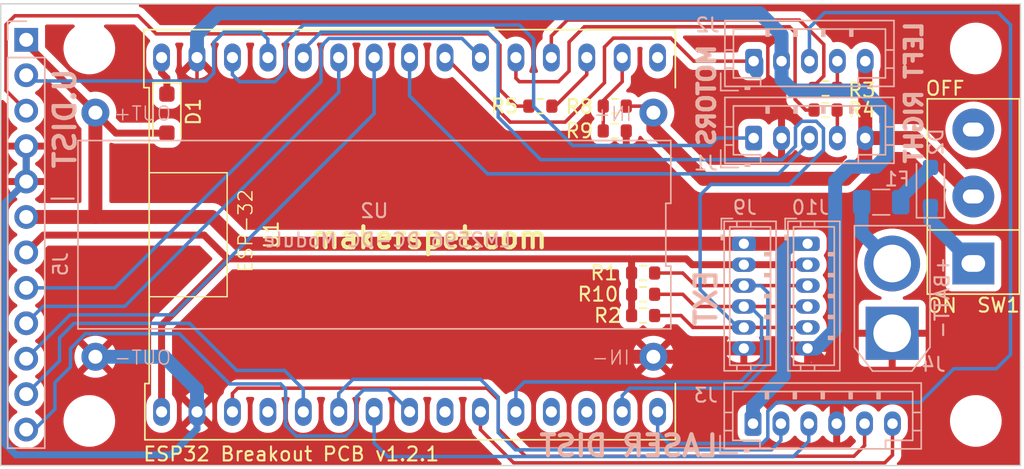
<source format=kicad_pcb>
(kicad_pcb (version 20221018) (generator pcbnew)
  (title_block (title "ESP32 Breakout Board") (date "2024-03-11") (rev "1.2.1") (company "makerspet.com"))
  (layers (0 "F.Cu" signal) (31 "B.Cu" signal) (34 "B.Paste" user) (35 "F.Paste" user) (36 "B.SilkS" user "B.Silkscreen") (37 "F.SilkS" user "F.Silkscreen") (38 "B.Mask" user) (39 "F.Mask" user) (44 "Edge.Cuts" user))
  (net 0 "")
  (net 1 "+5V")
  (net 2 "/MOT_PWM_RIGHT")
  (net 3 "GND")
  (net 4 "/MOT_CW_RIGHT")
  (net 5 "Net-(J1-Pin_4)")
  (net 6 "Vdrive")
  (net 7 "/MOT_PWM_LEFT")
  (net 8 "/MOT_CW_LEFT")
  (net 9 "Net-(J2-Pin_4)")
  (net 10 "/LDS_TX")
  (net 11 "/LDS_RX")
  (net 12 "/LDS_MOT_PWM")
  (net 13 "/LDS_EN")
  (net 14 "+3V3")
  (net 15 "/GPIO32_TOUCH")
  (net 16 "/GPIO27_TOUCH")
  (net 17 "/GPIO26_TOUCH")
  (net 18 "/GPIO4_TOUCH")
  (net 19 "/GPIO12_OUT_STRAP")
  (net 20 "Net-(D2-K)")
  (net 21 "/GPIO5_BOOT_STRAP")
  (net 22 "/I2C_SCL")
  (net 23 "/I2C_SDA")
  (net 24 "/I2C_INT")
  (net 25 "/MOT_FG_LEFT")
  (net 26 "/MOT_FG_RIGHT")
  (net 27 "/GPIO39_IN")
  (net 28 "/BAT_ADC")
  (net 31 "/SERVO_REAR")
  (net 35 "Net-(D2-A)")
  (net 36 "Net-(J4-+)")
  (net 37 "Net-(J5-Pin_3)")
  (net 38 "Net-(D1-K)")
  (footprint "Makerspet:SWITCH" (layer "F.Cu") (at 161.671 62.4586 90)
    (fp_text reference "SW1" (at -7.7978 1.8034) (layer "F.SilkS"))
    (fp_text value "SS12D10" hide)
    (pad "1" thru_hole rect (at -4.8 0 90) (size 3 3) (drill oval 1.2 1.7) (layers "*.Cu" "*.Mask") (net 20 "Net-(D2-K)"))
    (pad "2" thru_hole circle (at 0 0 90) (size 3 3) (drill oval 1 1.5) (layers "*.Cu" "*.Mask") (net 6 "Vdrive"))
    (pad "3" thru_hole circle (at 4.8 0 90) (size 3 3) (drill oval 1 1.5) (layers "*.Cu" "*.Mask"))
  )
  (footprint "MountingHole:MountingHole_3.2mm_M3" (layer "F.Cu") (at 98.2996 51.8478)
    (fp_text reference "H1" hide)
    (fp_text value "MountingHole" hide)
    (pad "" np_thru_hole circle (at 0 0) (size 3.2 3.2) (drill 3.2) (layers "*.Cu" "*.Mask"))
  )
  (footprint "Diode_SMD:D_SOD-123F" (layer "F.Cu") (at 103.8606 56.515 -90)
    (fp_text reference "D1" (at -0.127 -1.905 90) (layer "F.SilkS"))
    (fp_text value "FS26" hide)
    (pad "1" smd roundrect (at -1.4 0 270) (size 1.1 1.1) (layers "F.Cu" "F.Paste" "F.Mask") (roundrect_rratio 0.2272727273) (net 38 "Net-(D1-K)"))
    (pad "2" smd roundrect (at 1.4 0 270) (size 1.1 1.1) (layers "F.Cu" "F.Paste" "F.Mask") (roundrect_rratio 0.2272727273) (net 1 "+5V"))
  )
  (footprint "MountingHole:MountingHole_3.2mm_M3" (layer "F.Cu") (at 98.2996 78.548)
    (fp_text reference "H4" hide)
    (fp_text value "MountingHole" hide)
    (pad "" np_thru_hole circle (at 0 0) (size 3.2 3.2) (drill 3.2) (layers "*.Cu" "*.Mask"))
  )
  (footprint "Resistor_SMD:R_0603_1608Metric" (layer "F.Cu") (at 151.0792 56.261)
    (fp_text reference "R4" (at 2.603 0) (layer "F.SilkS"))
    (fp_text value "10k" hide)
    (pad "1" smd roundrect (at -0.825 0) (size 0.8 0.95) (layers "F.Cu" "F.Paste" "F.Mask") (net 26 "/MOT_FG_RIGHT"))
    (pad "2" smd roundrect (at 0.825 0) (size 0.8 0.95) (layers "F.Cu" "F.Paste" "F.Mask") (net 5 "Net-(J1-Pin_4)"))
  )
  (footprint "Makerspet:ESP-32" (layer "F.Cu") (at 121.2596 65.1979)
    (fp_text reference "U1" (at -9.906 0 90) (layer "F.SilkS"))
    (fp_text value "ESP32 DEV KIT Module 30-pin" hide)
    (fp_text user "ESP-32" (at -11.176 2.794 90 unlocked) (layer "F.SilkS") (effects (font (thickness 0.1)) (justify left bottom)))
    (pad "1" thru_hole oval (at -17.78 12.7) (size 1.2 2) (drill 0.8) (layers "*.Cu" "*.Mask") (net 14 "+3V3"))
    (pad "2" thru_hole oval (at -15.24 12.7) (size 1.2 2) (drill 0.8) (layers "*.Cu" "*.Mask") (net 3 "GND"))
    (pad "3" thru_hole oval (at -12.7 12.7) (size 1.2 2) (drill 0.8) (layers "*.Cu" "*.Mask") (net 12 "/LDS_MOT_PWM"))
    (pad "4" thru_hole oval (at -10.16 12.7) (size 1.2 2) (drill 0.8) (layers "*.Cu" "*.Mask"))
    (pad "5" thru_hole oval (at -7.62 12.7) (size 1.2 2) (drill 0.8) (layers "*.Cu" "*.Mask") (net 18 "/GPIO4_TOUCH"))
    (pad "6" thru_hole oval (at -5.08 12.7) (size 1.2 2) (drill 0.8) (layers "*.Cu" "*.Mask") (net 10 "/LDS_TX"))
    (pad "7" thru_hole oval (at -2.54 12.7) (size 1.2 2) (drill 0.8) (layers "*.Cu" "*.Mask") (net 11 "/LDS_RX"))
    (pad "8" thru_hole oval (at 0 12.7) (size 1.2 2) (drill 0.8) (layers "*.Cu" "*.Mask") (net 21 "/GPIO5_BOOT_STRAP"))
    (pad "9" thru_hole oval (at 2.54 12.7) (size 1.2 2) (drill 0.8) (layers "*.Cu" "*.Mask") (net 31 "/SERVO_REAR"))
    (pad "10" thru_hole oval (at 5.08 12.7) (size 1.2 2) (drill 0.8) (layers "*.Cu" "*.Mask") (net 13 "/LDS_EN"))
    (pad "11" thru_hole oval (at 7.62 12.7) (size 1.2 2) (drill 0.8) (layers "*.Cu" "*.Mask") (net 23 "/I2C_SDA"))
    (pad "12" thru_hole oval (at 10.16 12.7) (size 1.2 2) (drill 0.8) (layers "*.Cu" "*.Mask"))
    (pad "13" thru_hole oval (at 12.7 12.7) (size 1.2 2) (drill 0.8) (layers "*.Cu" "*.Mask"))
    (pad "14" thru_hole oval (at 15.24 12.7) (size 1.2 2) (drill 0.8) (layers "*.Cu" "*.Mask") (net 22 "/I2C_SCL"))
    (pad "15" thru_hole oval (at 17.78 12.7) (size 1.2 2) (drill 0.8) (layers "*.Cu" "*.Mask") (net 8 "/MOT_CW_LEFT"))
    (pad "16" thru_hole oval (at 17.78 -12.7) (size 1.2 2) (drill 0.8) (layers "*.Cu" "*.Mask"))
    (pad "17" thru_hole oval (at 15.24 -12.7) (size 1.2 2) (drill 0.8) (layers "*.Cu" "*.Mask") (net 28 "/BAT_ADC"))
    (pad "18" thru_hole oval (at 12.7 -12.7) (size 1.2 2) (drill 0.8) (layers "*.Cu" "*.Mask") (net 27 "/GPIO39_IN"))
    (pad "19" thru_hole oval (at 10.16 -12.7) (size 1.2 2) (drill 0.8) (layers "*.Cu" "*.Mask") (net 25 "/MOT_FG_LEFT"))
    (pad "20" thru_hole oval (at 7.62 -12.7) (size 1.2 2) (drill 0.8) (layers "*.Cu" "*.Mask") (net 26 "/MOT_FG_RIGHT"))
    (pad "21" thru_hole oval (at 5.08 -12.7) (size 1.2 2) (drill 0.8) (layers "*.Cu" "*.Mask") (net 15 "/GPIO32_TOUCH"))
    (pad "22" thru_hole oval (at 2.54 -12.7) (size 1.2 2) (drill 0.8) (layers "*.Cu" "*.Mask") (net 7 "/MOT_PWM_LEFT"))
    (pad "23" thru_hole oval (at 0 -12.7) (size 1.2 2) (drill 0.8) (layers "*.Cu" "*.Mask") (net 4 "/MOT_CW_RIGHT"))
    (pad "24" thru_hole oval (at -2.54 -12.7) (size 1.2 2) (drill 0.8) (layers "*.Cu" "*.Mask") (net 17 "/GPIO26_TOUCH"))
    (pad "25" thru_hole oval (at -5.08 -12.7) (size 1.2 2) (drill 0.8) (layers "*.Cu" "*.Mask") (net 16 "/GPIO27_TOUCH"))
    (pad "26" thru_hole oval (at -7.62 -12.7) (size 1.2 2) (drill 0.8) (layers "*.Cu" "*.Mask") (net 24 "/I2C_INT"))
    (pad "27" thru_hole oval (at -10.16 -12.7) (size 1.2 2) (drill 0.8) (layers "*.Cu" "*.Mask") (net 19 "/GPIO12_OUT_STRAP"))
    (pad "28" thru_hole oval (at -12.7 -12.7) (size 1.2 2) (drill 0.8) (layers "*.Cu" "*.Mask") (net 2 "/MOT_PWM_RIGHT"))
    (pad "29" thru_hole oval (at -15.24 -12.7) (size 1.2 2) (drill 0.8) (layers "*.Cu" "*.Mask") (net 3 "GND"))
    (pad "30" thru_hole oval (at -17.78 -12.7) (size 1.2 2) (drill 0.8) (layers "*.Cu" "*.Mask") (net 38 "Net-(D1-K)"))
  )
  (footprint "Resistor_SMD:R_0603_1608Metric" (layer "F.Cu") (at 137.9982 69.469)
    (fp_text reference "R10" (at -3.238 0) (layer "F.SilkS"))
    (fp_text value "10k" hide)
    (pad "1" smd roundrect (at -0.825 0) (size 0.8 0.95) (layers "F.Cu" "F.Paste" "F.Mask") (net 14 "+3V3"))
    (pad "2" smd roundrect (at 0.825 0) (size 0.8 0.95) (layers "F.Cu" "F.Paste" "F.Mask") (net 23 "/I2C_SDA"))
  )
  (footprint "MountingHole:MountingHole_3.2mm_M3" (layer "F.Cu") (at 161.8496 78.548)
    (fp_text reference "H3" hide)
    (fp_text value "MountingHole" hide)
    (pad "" np_thru_hole circle (at 0 0) (size 3.2 3.2) (drill 3.2) (layers "*.Cu" "*.Mask"))
  )
  (footprint "Resistor_SMD:R_0603_1608Metric" (layer "F.Cu") (at 137.9982 67.945)
    (fp_text reference "R1" (at -2.794 0) (layer "F.SilkS"))
    (fp_text value "10k" hide)
    (pad "1" smd roundrect (at -0.825 0) (size 0.8 0.95) (layers "F.Cu" "F.Paste" "F.Mask") (net 14 "+3V3"))
    (pad "2" smd roundrect (at 0.825 0) (size 0.8 0.95) (layers "F.Cu" "F.Paste" "F.Mask") (net 22 "/I2C_SCL"))
  )
  (footprint "Resistor_SMD:R_0603_1608Metric" (layer "F.Cu") (at 137.9982 70.993)
    (fp_text reference "R2" (at -2.54 0) (layer "F.SilkS"))
    (fp_text value "10k" hide)
    (pad "1" smd roundrect (at -0.825 0) (size 0.8 0.95) (layers "F.Cu" "F.Paste" "F.Mask") (net 14 "+3V3"))
    (pad "2" smd roundrect (at 0.825 0) (size 0.8 0.95) (layers "F.Cu" "F.Paste" "F.Mask") (net 24 "/I2C_INT"))
  )
  (footprint "MountingHole:MountingHole_3.2mm_M3" (layer "F.Cu") (at 161.8496 51.8478)
    (fp_text reference "H2" hide)
    (fp_text value "MountingHole" hide)
    (pad "" np_thru_hole circle (at 0 0) (size 3.2 3.2) (drill 3.2) (layers "*.Cu" "*.Mask"))
  )
  (footprint "Resistor_SMD:R_0603_1608Metric" (layer "F.Cu") (at 135.9662 55.9816)
    (fp_text reference "R8" (at -2.54 0.042 -360) (layer "F.SilkS"))
    (fp_text value "200k" hide)
    (pad "1" smd roundrect (at -0.825 0) (size 0.8 0.95) (layers "F.Cu" "F.Paste" "F.Mask") (net 28 "/BAT_ADC"))
    (pad "2" smd roundrect (at 0.825 0) (size 0.8 0.95) (layers "F.Cu" "F.Paste" "F.Mask") (net 6 "Vdrive"))
  )
  (footprint "Resistor_SMD:R_0603_1608Metric" (layer "F.Cu") (at 135.9662 57.7596 180)
    (fp_text reference "R9" (at 2.54 0 -360) (layer "F.SilkS"))
    (fp_text value "20k" hide)
    (pad "1" smd roundrect (at -0.825 0 180) (size 0.8 0.95) (layers "F.Cu" "F.Paste" "F.Mask") (net 3 "GND"))
    (pad "2" smd roundrect (at 0.825 0 180) (size 0.8 0.95) (layers "F.Cu" "F.Paste" "F.Mask") (net 28 "/BAT_ADC"))
  )
  (footprint "Resistor_SMD:R_0603_1608Metric" (layer "F.Cu") (at 151.0792 54.7116)
    (fp_text reference "R3" (at 2.604 0.127) (layer "F.SilkS"))
    (fp_text value "10k" hide)
    (pad "1" smd roundrect (at -0.825 0) (size 0.8 0.95) (layers "F.Cu" "F.Paste" "F.Mask") (net 25 "/MOT_FG_LEFT"))
    (pad "2" smd roundrect (at 0.825 0) (size 0.8 0.95) (layers "F.Cu" "F.Paste" "F.Mask") (net 9 "Net-(J2-Pin_4)"))
  )
  (footprint "Resistor_SMD:R_0603_1608Metric" (layer "F.Cu") (at 130.6322 55.9816 180)
    (fp_text reference "R5" (at 2.5654 0) (layer "F.SilkS"))
    (fp_text value "10k" hide)
    (pad "1" smd roundrect (at -0.825 0 180) (size 0.8 0.95) (layers "F.Cu" "F.Paste" "F.Mask") (net 27 "/GPIO39_IN"))
    (pad "2" smd roundrect (at 0.825 0 180) (size 0.8 0.95) (layers "F.Cu" "F.Paste" "F.Mask") (net 37 "Net-(J5-Pin_3)"))
  )
  (footprint "Connector_JST:JST_PH_B6B-PH-K_1x06_P2.00mm_Vertical" (layer "B.Cu") (at 145.876 78.74)
    (fp_text reference "J3" (at -3.382 -2.032) (layer "B.SilkS") (effects (justify mirror)))
    (fp_text value "JST B6B-PH-K-S" hide)
    (pad "1" thru_hole roundrect (at 0 0) (size 1.2 1.75) (drill 0.75) (layers "*.Cu" "*.Mask") (roundrect_rratio 0.208333) (net 1 "+5V"))
    (pad "2" thru_hole oval (at 2 0) (size 1.2 1.75) (drill 0.75) (layers "*.Cu" "*.Mask") (net 10 "/LDS_TX"))
    (pad "3" thru_hole oval (at 4 0) (size 1.2 1.75) (drill 0.75) (layers "*.Cu" "*.Mask") (net 11 "/LDS_RX"))
    (pad "4" thru_hole oval (at 6 0) (size 1.2 1.75) (drill 0.75) (layers "*.Cu" "*.Mask") (net 3 "GND"))
    (pad "5" thru_hole oval (at 8 0) (size 1.2 1.75) (drill 0.75) (layers "*.Cu" "*.Mask") (net 12 "/LDS_MOT_PWM"))
    (pad "6" thru_hole oval (at 10 0) (size 1.2 1.75) (drill 0.75) (layers "*.Cu" "*.Mask") (net 13 "/LDS_EN"))
  )
  (footprint "Makerspet:JST_ZH_B6B-ZR_1x06_P1.50mm_Vertical" (layer "B.Cu") (at 145.219 65.846 -90)
    (fp_text reference "J9" (at -2.6 -0.069 -180) (layer "B.SilkS") (effects (justify mirror)))
    (fp_text value "JST B6B-ZR" hide)
    (pad "1" thru_hole roundrect (at 0 0 270) (size 1.03 1.73) (drill 0.73) (layers "*.Cu" "*.Mask") (roundrect_rratio 0.242718) (net 1 "+5V"))
    (pad "2" thru_hole oval (at 1.5 0 270) (size 1.03 1.73) (drill 0.73) (layers "*.Cu" "*.Mask") (net 14 "+3V3"))
    (pad "3" thru_hole oval (at 3 0 270) (size 1.03 1.73) (drill 0.73) (layers "*.Cu" "*.Mask") (net 22 "/I2C_SCL"))
    (pad "4" thru_hole oval (at 4.5 0 270) (size 1.03 1.73) (drill 0.73) (layers "*.Cu" "*.Mask") (net 23 "/I2C_SDA"))
    (pad "5" thru_hole oval (at 6 0 270) (size 1.03 1.73) (drill 0.73) (layers "*.Cu" "*.Mask") (net 24 "/I2C_INT"))
    (pad "6" thru_hole oval (at 7.5 0 270) (size 1.03 1.73) (drill 0.73) (layers "*.Cu" "*.Mask") (net 3 "GND"))
  )
  (footprint "Connector_JST:JST_PH_B5B-PH-K_1x05_P2.00mm_Vertical" (layer "B.Cu") (at 145.923 58.2676)
    (fp_text reference "J1" (at -3.429 1.8034 180) (layer "B.SilkS") (effects (justify mirror)))
    (fp_text value "JST B5B-PH-K-S" hide)
    (pad "1" thru_hole roundrect (at 0 0) (size 1.2 1.75) (drill 0.75) (layers "*.Cu" "*.Mask") (roundrect_rratio 0.208333) (net 2 "/MOT_PWM_RIGHT"))
    (pad "2" thru_hole oval (at 2 0) (size 1.2 1.75) (drill 0.75) (layers "*.Cu" "*.Mask") (net 3 "GND"))
    (pad "3" thru_hole oval (at 4 0) (size 1.2 1.75) (drill 0.75) (layers "*.Cu" "*.Mask") (net 4 "/MOT_CW_RIGHT"))
    (pad "4" thru_hole oval (at 6 0) (size 1.2 1.75) (drill 0.75) (layers "*.Cu" "*.Mask") (net 5 "Net-(J1-Pin_4)"))
    (pad "5" thru_hole oval (at 8 0) (size 1.2 1.75) (drill 0.75) (layers "*.Cu" "*.Mask") (net 6 "Vdrive"))
  )
  (footprint "Makerspet:AMASS_XT30U-F_1x02_P5.0mm_Vertical" (layer "B.Cu") (at 155.8544 72.263 90)
    (fp_text reference "J4" (at -2.2352 2.9718 180) (layer "B.SilkS") (effects (justify mirror)))
    (fp_text value "XT30U-M" hide)
    (pad "1" thru_hole rect (at 0 0 90) (size 3.8 3.8) (drill 2.7) (layers "*.Cu" "*.Mask") (net 3 "GND"))
    (pad "2" thru_hole circle (at 5 0 90) (size 4 4) (drill 2.7) (layers "*.Cu" "*.Mask") (net 36 "Net-(J4-+)"))
  )
  (footprint "Makerspet:LM2596 Module" (layer "B.Cu") (at 118.7356 65.1979 180)
    (fp_text reference "U2" (at 0 1.714) (layer "B.SilkS") (effects (justify mirror)))
    (fp_text value "LM2596 Module")
    (fp_text user "IN+" (at -18.542 8.064 unlocked) (layer "B.SilkS") (effects (font (thickness 0.1)) (justify left bottom mirror)))
    (fp_text user "OUT-" (at 14.5 -9.4 unlocked) (layer "B.SilkS") (effects (font (thickness 0.1)) (justify left bottom mirror)))
    (fp_text user "IN-" (at -18.3896 -9.4 unlocked) (layer "B.SilkS") (effects (font (thickness 0.1)) (justify left bottom mirror)))
    (fp_text user "OUT+" (at 14.5 8.1 unlocked) (layer "B.SilkS") (effects (font (thickness 0.1)) (justify left bottom mirror)))
    (pad "1" thru_hole circle (at -20 -8.75 180) (size 2 2) (drill 1) (layers "*.Cu" "*.Mask") (net 3 "GND"))
    (pad "2" thru_hole circle (at 20 -8.75 180) (size 2 2) (drill 1) (layers "*.Cu" "*.Mask") (net 3 "GND"))
    (pad "3" thru_hole circle (at 20 8.75 180) (size 2 2) (drill 1) (layers "*.Cu" "*.Mask") (net 1 "+5V"))
    (pad "4" thru_hole circle (at -20 8.75 180) (size 2 2) (drill 1) (layers "*.Cu" "*.Mask") (net 6 "Vdrive"))
  )
  (footprint "Diode_SMD:D_SOD-123F" (layer "B.Cu") (at 158.5976 61.7728 90)
    (fp_text reference "D2" (at 3.2258 0.4064 90) (layer "B.SilkS") (effects (justify mirror)))
    (fp_text value "FS26" hide)
    (pad "1" smd roundrect (at -1.4 0 90) (size 1.1 1.1) (layers "B.Cu" "B.Paste" "B.Mask") (roundrect_rratio 0.2272727273) (net 20 "Net-(D2-K)"))
    (pad "2" smd roundrect (at 1.4 0 90) (size 1.1 1.1) (layers "B.Cu" "B.Paste" "B.Mask") (roundrect_rratio 0.2272727273) (net 35 "Net-(D2-A)"))
  )
  (footprint "Fuse:Fuse_1206_3216Metric" (layer "B.Cu") (at 155.067 62.865)
    (fp_text reference "F1" (at 1.143 -1.651) (layer "B.SilkS") (effects (justify mirror)))
    (fp_text value "0685T2500-01" hide)
    (pad "1" smd roundrect (at -1.4 0) (size 1.25 1.75) (layers "B.Cu" "B.Paste" "B.Mask") (roundrect_rratio 0.2) (net 36 "Net-(J4-+)"))
    (pad "2" smd roundrect (at 1.4 0) (size 1.25 1.75) (layers "B.Cu" "B.Paste" "B.Mask") (roundrect_rratio 0.2) (net 35 "Net-(D2-A)"))
  )
  (footprint "Makerspet:JST_ZH_B6B-ZR_1x06_P1.50mm_Vertical" (layer "B.Cu") (at 149.791 65.846 -90)
    (fp_text reference "J10" (at -2.6 -0.196 -180) (layer "B.SilkS") (effects (justify mirror)))
    (fp_text value "JST B6B-ZR" hide)
    (pad "1" thru_hole roundrect (at 0 0 270) (size 1.03 1.73) (drill 0.73) (layers "*.Cu" "*.Mask") (roundrect_rratio 0.242718) (net 1 "+5V"))
    (pad "2" thru_hole oval (at 1.5 0 270) (size 1.03 1.73) (drill 0.73) (layers "*.Cu" "*.Mask") (net 14 "+3V3"))
    (pad "3" thru_hole oval (at 3 0 270) (size 1.03 1.73) (drill 0.73) (layers "*.Cu" "*.Mask") (net 22 "/I2C_SCL"))
    (pad "4" thru_hole oval (at 4.5 0 270) (size 1.03 1.73) (drill 0.73) (layers "*.Cu" "*.Mask") (net 23 "/I2C_SDA"))
    (pad "5" thru_hole oval (at 6 0 270) (size 1.03 1.73) (drill 0.73) (layers "*.Cu" "*.Mask") (net 24 "/I2C_INT"))
    (pad "6" thru_hole oval (at 7.5 0 270) (size 1.03 1.73) (drill 0.73) (layers "*.Cu" "*.Mask") (net 3 "GND"))
  )
  (footprint "Connector_JST:JST_PH_B5B-PH-K_1x05_P2.00mm_Vertical" (layer "B.Cu") (at 145.923 52.7558)
    (fp_text reference "J2" (at -3.302 -2.5908 180) (layer "B.SilkS") (effects (justify mirror)))
    (fp_text value "JST B5B-PH-K-S" hide)
    (pad "1" thru_hole roundrect (at 0 0) (size 1.2 1.75) (drill 0.75) (layers "*.Cu" "*.Mask") (roundrect_rratio 0.208333) (net 7 "/MOT_PWM_LEFT"))
    (pad "2" thru_hole oval (at 2 0) (size 1.2 1.75) (drill 0.75) (layers "*.Cu" "*.Mask") (net 3 "GND"))
    (pad "3" thru_hole oval (at 4 0) (size 1.2 1.75) (drill 0.75) (layers "*.Cu" "*.Mask") (net 8 "/MOT_CW_LEFT"))
    (pad "4" thru_hole oval (at 6 0) (size 1.2 1.75) (drill 0.75) (layers "*.Cu" "*.Mask") (net 9 "Net-(J2-Pin_4)"))
    (pad "5" thru_hole oval (at 8 0) (size 1.2 1.75) (drill 0.75) (layers "*.Cu" "*.Mask") (net 6 "Vdrive"))
  )
  (footprint "Connector_PinSocket_2.54mm:PinSocket_1x12_P2.54mm_Vertical" (layer "B.Cu") (at 93.7768 51.2268 180)
    (fp_text reference "J5" (at -2.4638 -16.0832 90) (layer "B.SilkS") (effects (justify mirror)))
    (fp_text value "HDR M VERT 12p 2.54mm" hide)
    (pad "1" thru_hole rect (at 0 0 180) (size 1.7 1.7) (drill 1) (layers "*.Cu" "*.Mask") (net 1 "+5V"))
    (pad "2" thru_hole oval (at 0 -2.54 180) (size 1.7 1.7) (drill 1) (layers "*.Cu" "*.Mask") (net 19 "/GPIO12_OUT_STRAP"))
    (pad "3" thru_hole oval (at 0 -5.08 180) (size 1.7 1.7) (drill 1) (layers "*.Cu" "*.Mask") (net 37 "Net-(J5-Pin_3)"))
    (pad "4" thru_hole oval (at 0 -7.62 180) (size 1.7 1.7) (drill 1) (layers "*.Cu" "*.Mask") (net 3 "GND"))
    (pad "5" thru_hole oval (at 0 -10.16 180) (size 1.7 1.7) (drill 1) (layers "*.Cu" "*.Mask") (net 3 "GND"))
    (pad "6" thru_hole oval (at 0 -12.7 180) (size 1.7 1.7) (drill 1) (layers "*.Cu" "*.Mask") (net 1 "+5V"))
    (pad "7" thru_hole oval (at 0 -15.24 180) (size 1.7 1.7) (drill 1) (layers "*.Cu" "*.Mask") (net 14 "+3V3"))
    (pad "8" thru_hole oval (at 0 -17.78 180) (size 1.7 1.7) (drill 1) (layers "*.Cu" "*.Mask") (net 15 "/GPIO32_TOUCH"))
    (pad "9" thru_hole oval (at 0 -20.32 180) (size 1.7 1.7) (drill 1) (layers "*.Cu" "*.Mask") (net 16 "/GPIO27_TOUCH"))
    (pad "10" thru_hole oval (at 0 -22.86 180) (size 1.7 1.7) (drill 1) (layers "*.Cu" "*.Mask") (net 17 "/GPIO26_TOUCH"))
    (pad "11" thru_hole oval (at 0 -25.4 180) (size 1.7 1.7) (drill 1) (layers "*.Cu" "*.Mask") (net 18 "/GPIO4_TOUCH"))
    (pad "12" thru_hole oval (at 0 -27.94 180) (size 1.7 1.7) (drill 1) (layers "*.Cu" "*.Mask") (net 21 "/GPIO5_BOOT_STRAP"))
  )
  (gr_line (start 95.5802 62.611) (end 97.1804 62.611) (stroke (width 0.15)) (layer "B.SilkS"))
  (gr_rect (start 91.9496 48.6478) (end 165.0496 81.7478) (stroke (width 0.1)) (fill none) (layer "Edge.Cuts"))
  (gr_text "MOTORS" (at 143.256 51.435 90) (layer "B.SilkS") (effects (font (size 1.2 1.2) (thickness 0.3) bold) (justify left bottom mirror)))
  (gr_text "U.DIST" (at 97.4344 53.1368 90) (layer "B.SilkS") (effects (font (size 1.5 1.5) (thickness 0.3) bold) (justify left bottom mirror)))
  (gr_text "LM2596 DC-DC Module" (at 128.6256 66.167) (layer "B.SilkS") (effects (font (size 1 1)) (justify left bottom mirror)))
  (gr_text "EXT" (at 143.383 67.564 90) (layer "B.SilkS") (effects (font (size 1.5 1.5) (thickness 0.3) bold) (justify left bottom mirror)))
  (gr_text "LEFT RIGHT" (at 158.115 49.784 90) (layer "B.SilkS") (effects (font (size 1.2 1.2) (thickness 0.3) bold) (justify left bottom mirror)))
  (gr_text "+BATT-" (at 160.02 66.675 90) (layer "B.SilkS") (effects (font (size 1 1)) (justify left bottom mirror)))
  (gr_text "LASER DIST" (at 143.516 81.2038) (layer "B.SilkS") (effects (font (size 1.5 1.5) (thickness 0.3) bold) (justify left bottom mirror)))
  (gr_text "ON" (at 158.2928 70.866) (layer "F.SilkS") (effects (font (size 1 1)) (justify left bottom)))
  (gr_text "makerspet.com" (at 122.6566 66.294) (layer "F.SilkS") (effects (font (size 1.5 1.5) (thickness 0.3) bold) (justify bottom)))
  (gr_text "ESP32 Breakout PCB v1.2.1" (at 102.0826 81.5086) (layer "F.SilkS") (effects (font (size 1 1)) (justify left bottom)))
  (gr_text "OFF" (at 158.1658 55.2958) (layer "F.SilkS") (effects (font (size 1 1)) (justify left bottom)))
  (segment (start 109.0006 65.846) (end 107.0814 63.9268) (width 1) (layer "F.Cu") (net 1))
  (segment (start 93.7768 51.2268) (end 93.7768 51.4891) (width 0.5) (layer "F.Cu") (net 1))
  (segment (start 145.219 65.846) (end 109.0006 65.846) (width 1) (layer "F.Cu") (net 1))
  (segment (start 103.8606 57.915) (end 100.2027 57.915) (width 0.5) (layer "F.Cu") (net 1))
  (segment (start 149.791 65.846) (end 145.219 65.846) (width 1) (layer "F.Cu") (net 1))
  (segment (start 93.7768 51.4891) (end 98.7356 56.4479) (width 0.5) (layer "F.Cu") (net 1))
  (segment (start 107.0814 63.9268) (end 98.7298 63.9268) (width 1) (layer "F.Cu") (net 1))
  (segment (start 100.2027 57.915) (end 98.7356 56.4479) (width 0.5) (layer "F.Cu") (net 1))
  (segment (start 98.7356 56.4479) (end 98.7356 63.921) (width 1) (layer "F.Cu") (net 1))
  (segment (start 98.7356 63.921) (end 98.7298 63.9268) (width 1) (layer "F.Cu") (net 1))
  (segment (start 93.7768 63.9268) (end 98.7298 63.9268) (width 1) (layer "F.Cu") (net 1))
  (segment (start 93.8087 51.521) (end 93.1744 51.521) (width 0.25) (layer "B.Cu") (net 1))
  (segment (start 148.082 66.421) (end 148.082 75.311) (width 1) (layer "B.Cu") (net 1))
  (segment (start 149.791 65.846) (end 148.657 65.846) (width 1) (layer "B.Cu") (net 1))
  (segment (start 145.876 77.517) (end 145.876 78.74) (width 1) (layer "B.Cu") (net 1))
  (segment (start 148.657 65.846) (end 148.082 66.421) (width 1) (layer "B.Cu") (net 1))
  (segment (start 148.082 75.311) (end 145.876 77.517) (width 1) (layer "B.Cu") (net 1))
  (segment (start 112.3696 53.467) (end 112.3696 51.435) (width 0.25) (layer "B.Cu") (net 2))
  (segment (start 112.3696 51.435) (end 113.6396 50.165) (width 0.25) (layer "B.Cu") (net 2))
  (segment (start 130.1496 56.007) (end 132.9436 58.801) (width 0.25) (layer "B.Cu") (net 2))
  (segment (start 108.5596 52.451) (end 108.5596 53.721) (width 0.25) (layer "B.Cu") (net 2))
  (segment (start 111.6076 54.229) (end 112.3696 53.467) (width 0.25) (layer "B.Cu") (net 2))
  (segment (start 142.8036 58.801) (end 143.337 58.2676) (width 0.25) (layer "B.Cu") (net 2))
  (segment (start 108.5596 53.721) (end 109.0676 54.229) (width 0.25) (layer "B.Cu") (net 2))
  (segment (start 132.9436 58.801) (end 142.8036 58.801) (width 0.25) (layer "B.Cu") (net 2))
  (segment (start 143.337 58.2676) (end 145.923 58.2676) (width 0.25) (layer "B.Cu") (net 2))
  (segment (start 130.1496 51.181) (end 130.1496 56.007) (width 0.25) (layer "B.Cu") (net 2))
  (segment (start 129.1336 50.165) (end 130.1496 51.181) (width 0.25) (layer "B.Cu") (net 2))
  (segment (start 113.6396 50.165) (end 129.1336 50.165) (width 0.25) (layer "B.Cu") (net 2))
  (segment (start 109.0676 54.229) (end 111.6076 54.229) (width 0.25) (layer "B.Cu") (net 2))
  (segment (start 138.7356 73.9479) (end 142.8627 73.9479) (width 1) (layer "F.Cu") (net 3))
  (segment (start 147.923 51.403) (end 147.923 52.7558) (width 0.25) (layer "F.Cu") (net 3))
  (segment (start 136.2578 59.88) (end 136.7912 59.3466) (width 0.25) (layer "F.Cu") (net 3))
  (segment (start 106.0196 52.451) (end 106.0196 52.851) (width 1) (layer "F.Cu") (net 3))
  (segment (start 147.7518 51.2318) (end 147.923 51.403) (width 0.25) (layer "F.Cu") (net 3))
  (segment (start 146.939 51.2318) (end 147.7518 51.2318) (width 0.25) (layer "F.Cu") (net 3))
  (segment (start 106.0196 74.5998) (end 106.6715 73.9479) (width 1) (layer "F.Cu") (net 3))
  (segment (start 106.0196 54.102) (end 111.7976 59.88) (width 0.25) (layer "F.Cu") (net 3))
  (segment (start 143.4646 73.346) (end 145.219 73.346) (width 1) (layer "F.Cu") (net 3))
  (segment (start 146.939 54.61) (end 146.939 51.2318) (width 0.25) (layer "F.Cu") (net 3))
  (segment (start 142.8627 73.9479) (end 143.4646 73.346) (width 1) (layer "F.Cu") (net 3))
  (segment (start 93.7768 61.3868) (end 93.7967 61.3868) (width 1) (layer "F.Cu") (net 3))
  (segment (start 151.876 75.431) (end 151.876 78.74) (width 1) (layer "F.Cu") (net 3))
  (segment (start 136.7912 59.3466) (end 136.7912 57.7596) (width 0.25) (layer "F.Cu") (net 3))
  (segment (start 147.923 58.2676) (end 147.923 54.61) (width 0.25) (layer "F.Cu") (net 3))
  (segment (start 106.6715 73.9479) (end 138.7356 73.9479) (width 1) (layer "F.Cu") (net 3))
  (segment (start 149.791 73.346) (end 145.219 73.346) (width 1) (layer "F.Cu") (net 3))
  (segment (start 106.0196 77.851) (end 106.0196 74.5998) (width 1) (layer "F.Cu") (net 3))
  (segment (start 106.0196 52.4979) (end 106.0196 54.102) (width 0.25) (layer "F.Cu") (net 3))
  (segment (start 111.7976 59.88) (end 136.2578 59.88) (width 0.25) (layer "F.Cu") (net 3))
  (segment (start 149.791 73.346) (end 151.876 75.431) (width 1) (layer "F.Cu") (net 3))
  (segment (start 147.923 54.61) (end 146.939 54.61) (width 0.25) (layer "F.Cu") (net 3))
  (segment (start 106.0196 50.8508) (end 107.5436 49.3268) (width 1) (layer "B.Cu") (net 3))
  (segment (start 147.923 50.8808) (end 147.923 52.7558) (width 1) (layer "B.Cu") (net 3))
  (segment (start 93.0402 80.9752) (end 104.1654 80.9752) (width 0.5) (layer "B.Cu") (net 3))
  (segment (start 151.765 71.9836) (end 150.4026 73.346) (width 1) (layer "B.Cu") (net 3))
  (segment (start 92.2782 62.8854) (end 93.7768 61.3868) (width 0.5) (layer "B.Cu") (net 3))
  (segment (start 148.0736 57.531) (end 148.0736 58.657) (width 0.25) (layer "B.Cu") (net 3))
  (segment (start 155.448 56.515) (end 155.448 59.563) (width 1) (layer "B.Cu") (net 3))
  (segment (start 92.2782 80.2132) (end 92.2782 62.8854) (width 0.5) (layer "B.Cu") (net 3))
  (segment (start 152.781 60.325) (end 151.765 61.341) (width 1) (layer "B.Cu") (net 3))
  (segment (start 103.6659 73.9479) (end 106.0196 76.3016) (width 1) (layer "B.Cu") (net 3))
  (segment (start 104.1654 80.9752) (end 106.0196 79.121) (width 0.5) (layer "B.Cu") (net 3))
  (segment (start 106.0196 52.4979) (end 106.0196 50.8508) (width 1) (layer "B.Cu") (net 3))
  (segment (start 92.2782 80.2132) (end 93.0402 80.9752) (width 0.5) (layer "B.Cu") (net 3))
  (segment (start 98.7356 73.9479) (end 103.6659 73.9479) (width 1) (layer "B.Cu") (net 3))
  (segment (start 154.686 60.325) (end 152.781 60.325) (width 1) (layer "B.Cu") (net 3))
  (segment (start 150.4026 73.346) (end 149.791 73.346) (width 1) (layer "B.Cu") (net 3))
  (segment (start 93.7768 61.3868) (end 93.7768 58.8468) (width 0.5) (layer "B.Cu") (net 3))
  (segment (start 107.5436 49.3268) (end 146.369 49.3268) (width 1) (layer "B.Cu") (net 3))
  (segment (start 155.448 59.563) (end 154.686 60.325) (width 1) (layer "B.Cu") (net 3))
  (segment (start 148.717 54.864) (end 153.797 54.864) (width 1) (layer "B.Cu") (net 3))
  (segment (start 147.923 52.7558) (end 147.923 54.07) (width 1) (layer "B.Cu") (net 3))
  (segment (start 106.0196 79.121) (end 106.0196 77.8979) (width 0.5) (layer "B.Cu") (net 3))
  (segment (start 147.923 54.07) (end 148.717 54.864) (width 1) (layer "B.Cu") (net 3))
  (segment (start 106.0196 76.3016) (end 106.0196 77.851) (width 1) (layer "B.Cu") (net 3))
  (segment (start 151.765 61.341) (end 151.765 71.9836) (width 1) (layer "B.Cu") (net 3))
  (segment (start 153.797 54.864) (end 155.448 56.515) (width 1) (layer "B.Cu") (net 3))
  (segment (start 146.369 49.3268) (end 147.923 50.8808) (width 1) (layer "B.Cu") (net 3))
  (segment (start 121.2596 55.245) (end 126.8476 60.833) (width 0.25) (layer "B.Cu") (net 4))
  (segment (start 126.8476 60.833) (end 147.701 60.833) (width 0.25) (layer "B.Cu") (net 4))
  (segment (start 147.701 60.833) (end 149.877 58.657) (width 0.25) (layer "B.Cu") (net 4))
  (segment (start 121.2596 52.451) (end 121.2596 55.245) (width 0.25) (layer "B.Cu") (net 4))
  (segment (start 151.923 58.2676) (end 151.923 56.2798) (width 0.25) (layer "F.Cu") (net 5))
  (segment (start 152.527 61.1886) (end 153.923 59.7926) (width 1) (layer "F.Cu") (net 6))
  (segment (start 157.48 58.2676) (end 153.923 58.2676) (width 1) (layer "F.Cu") (net 6))
  (segment (start 153.923 59.7926) (end 153.923 58.2676) (width 1) (layer "F.Cu") (net 6))
  (segment (start 138.7356 56.4479) (end 138.7356 57.608) (width 1) (layer "F.Cu") (net 6))
  (segment (start 136.7912 55.9816) (end 138.2693 55.9816) (width 0.25) (layer "F.Cu") (net 6))
  (segment (start 157.48 58.2676) (end 161.671 62.4586) (width 1) (layer "F.Cu") (net 6))
  (segment (start 138.7356 57.608) (end 142.3162 61.1886) (width 1) (layer "F.Cu") (net 6))
  (segment (start 153.923 58.2676) (end 153.923 52.7558) (width 1) (layer "F.Cu") (net 6))
  (segment (start 138.2693 55.9816) (end 138.7356 56.4479) (width 0.25) (layer "F.Cu") (net 6))
  (segment (start 142.3162 61.1886) (end 152.527 61.1886) (width 1) (layer "F.Cu") (net 6))
  (segment (start 123.7996 52.451) (end 128.4732 57.1246) (width 0.25) (layer "F.Cu") (net 7))
  (segment (start 132.4102 57.1246) (end 135.2296 54.3052) (width 0.25) (layer "F.Cu") (net 7))
  (segment (start 135.2296 54.3052) (end 135.2296 51.7398) (width 0.25) (layer "F.Cu") (net 7))
  (segment (start 139.9794 51.1048) (end 141.6304 52.7558) (width 0.25) (layer "F.Cu") (net 7))
  (segment (start 141.6304 52.7558) (end 145.6696 52.7558) (width 0.25) (layer "F.Cu") (net 7))
  (segment (start 128.4732 57.1246) (end 132.4102 57.1246) (width 0.25) (layer "F.Cu") (net 7))
  (segment (start 135.8646 51.1048) (end 139.9794 51.1048) (width 0.25) (layer "F.Cu") (net 7))
  (segment (start 135.2296 51.7398) (end 135.8646 51.1048) (width 0.25) (layer "F.Cu") (net 7))
  (segment (start 146.1196 53.4858) (end 146.1196 52.7558) (width 1) (layer "B.Cu") (net 7))
  (segment (start 164.338 50.165) (end 164.338 73.787) (width 0.25) (layer "B.Cu") (net 8))
  (segment (start 151.003 49.276) (end 163.449 49.276) (width 0.25) (layer "B.Cu") (net 8))
  (segment (start 163.449 49.276) (end 164.338 50.165) (width 0.25) (layer "B.Cu") (net 8))
  (segment (start 160.274 74.803) (end 157.861 77.216) (width 0.25) (layer "B.Cu") (net 8))
  (segment (start 139.0396 79.375) (end 139.0396 77.8979) (width 0.25) (layer "B.Cu") (net 8))
  (segment (start 146.939 77.851) (end 146.939 79.756) (width 0.25) (layer "B.Cu") (net 8))
  (segment (start 163.322 74.803) (end 160.274 74.803) (width 0.25) (layer "B.Cu") (net 8))
  (segment (start 139.827 80.1624) (end 139.0396 79.375) (width 0.25) (layer "B.Cu") (net 8))
  (segment (start 151.003 49.276) (end 149.923 50.356) (width 0.25) (layer "B.Cu") (net 8))
  (segment (start 147.574 77.216) (end 146.939 77.851) (width 0.25) (layer "B.Cu") (net 8))
  (segment (start 146.939 79.756) (end 146.5326 80.1624) (width 0.25) (layer "B.Cu") (net 8))
  (segment (start 146.5326 80.1624) (end 139.827 80.1624) (width 0.25) (layer "B.Cu") (net 8))
  (segment (start 149.923 50.356) (end 149.923 52.7558) (width 0.25) (layer "B.Cu") (net 8))
  (segment (start 164.338 73.787) (end 163.322 74.803) (width 0.25) (layer "B.Cu") (net 8))
  (segment (start 157.861 77.216) (end 147.574 77.216) (width 0.25) (layer "B.Cu") (net 8))
  (segment (start 151.923 52.7558) (end 151.923 54.6928) (width 0.25) (layer "F.Cu") (net 9))
  (segment (start 127.6096 79.375) (end 127.6096 76.835) (width 0.25) (layer "B.Cu") (net 10))
  (segment (start 147.193 80.6196) (end 128.8542 80.6196) (width 0.25) (layer "B.Cu") (net 10))
  (segment (start 116.1796 76.581) (end 116.1796 77.851) (width 0.25) (layer "B.Cu") (net 10))
  (segment (start 147.876 78.74) (end 147.876 79.9366) (width 0.25) (layer "B.Cu") (net 10))
  (segment (start 126.3396 75.565) (end 117.1956 75.565) (width 0.25) (layer "B.Cu") (net 10))
  (segment (start 147.876 79.9366) (end 147.193 80.6196) (width 0.25) (layer "B.Cu") (net 10))
  (segment (start 128.8542 80.6196) (end 127.6096 79.375) (width 0.25) (layer "B.Cu") (net 10))
  (segment (start 127.6096 76.835) (end 126.3396 75.565) (width 0.25) (layer "B.Cu") (net 10))
  (segment (start 117.1956 75.565) (end 116.1796 76.581) (width 0.25) (layer "B.Cu") (net 10))
  (segment (start 119.6848 81.1022) (end 118.7196 80.137) (width 0.25) (layer "B.Cu") (net 11))
  (segment (start 118.7196 80.137) (end 118.7196 77.851) (width 0.25) (layer "B.Cu") (net 11))
  (segment (start 149.876 78.74) (end 149.876 79.994) (width 0.25) (layer "B.Cu") (net 11))
  (segment (start 149.876 79.994) (end 148.7678 81.1022) (width 0.25) (layer "B.Cu") (net 11))
  (segment (start 148.7678 81.1022) (end 119.6848 81.1022) (width 0.25) (layer "B.Cu") (net 11))
  (segment (start 127.6096 77.0128) (end 126.7968 76.2) (width 0.25) (layer "F.Cu") (net 12))
  (segment (start 108.5596 76.581) (end 108.5596 77.851) (width 0.25) (layer "F.Cu") (net 12))
  (segment (start 153.1112 81.0768) (end 129.5654 81.0768) (width 0.25) (layer "F.Cu") (net 12))
  (segment (start 153.876 78.74) (end 153.876 80.312) (width 0.25) (layer "F.Cu") (net 12))
  (segment (start 129.5654 81.0768) (end 127.6096 79.121) (width 0.25) (layer "F.Cu") (net 12))
  (segment (start 108.9406 76.2) (end 108.5596 76.581) (width 0.25) (layer "F.Cu") (net 12))
  (segment (start 126.7968 76.2) (end 108.9406 76.2) (width 0.25) (layer "F.Cu") (net 12))
  (segment (start 127.6096 79.121) (end 127.6096 77.0128) (width 0.25) (layer "F.Cu") (net 12))
  (segment (start 153.876 80.312) (end 153.1112 81.0768) (width 0.25) (layer "F.Cu") (net 12))
  (segment (start 155.876 80.9972) (end 155.321 81.5522) (width 0.25) (layer "F.Cu") (net 13))
  (segment (start 126.3396 79.1718) (end 128.72 81.5522) (width 0.25) (layer "F.Cu") (net 13))
  (segment (start 155.876 78.74) (end 155.876 80.9972) (width 0.25) (layer "F.Cu") (net 13))
  (segment (start 128.72 81.5522) (end 155.321 81.5522) (width 0.25) (layer "F.Cu") (net 13))
  (segment (start 126.3396 77.8979) (end 126.3396 79.1718) (width 0.25) (layer "F.Cu") (net 13))
  (segment (start 137.1732 67.945) (end 137.1732 67.0428) (width 0.5) (layer "F.Cu") (net 14))
  (segment (start 137.0594 66.929) (end 137.1732 67.0428) (width 0.5) (layer "F.Cu") (net 14))
  (segment (start 141.097 66.929) (end 141.514 67.346) (width 0.5) (layer "F.Cu") (net 14))
  (segment (start 103.4796 71.681497) (end 108.232097 66.929) (width 0.5) (layer "F.Cu") (net 14))
  (segment (start 149.791 67.346) (end 145.219 67.346) (width 0.5) (layer "F.Cu") (net 14))
  (segment (start 137.287 66.929) (end 141.097 66.929) (width 0.5) (layer "F.Cu") (net 14))
  (segment (start 137.1732 67.0428) (end 137.287 66.929) (width 0.5) (layer "F.Cu") (net 14))
  (segment (start 95.0164 65.2272) (end 106.530297 65.2272) (width 0.5) (layer "F.Cu") (net 14))
  (segment (start 141.514 67.346) (end 145.219 67.346) (width 0.5) (layer "F.Cu") (net 14))
  (segment (start 103.4796 77.851) (end 103.4796 71.681497) (width 0.5) (layer "F.Cu") (net 14))
  (segment (start 137.1732 67.945) (end 137.1732 69.469) (width 0.5) (layer "F.Cu") (net 14))
  (segment (start 108.232097 66.929) (end 137.0594 66.929) (width 0.5) (layer "F.Cu") (net 14))
  (segment (start 93.7768 66.4668) (end 95.0164 65.2272) (width 0.5) (layer "F.Cu") (net 14))
  (segment (start 137.1732 69.469) (end 137.1732 70.993) (width 0.5) (layer "F.Cu") (net 14))
  (segment (start 106.530297 65.2272) (end 108.232097 66.929) (width 0.5) (layer "F.Cu") (net 14))
  (segment (start 144.8976 66.945) (end 145.2118 67.2592) (width 0.25) (layer "B.Cu") (net 14))
  (segment (start 115.4726 51.126) (end 125.0146 51.126) (width 0.25) (layer "B.Cu") (net 15))
  (segment (start 125.0146 51.126) (end 126.3396 52.451) (width 0.25) (layer "B.Cu") (net 15))
  (segment (start 93.7768 69.0068) (end 100.1318 69.0068) (width 0.25) (layer "B.Cu") (net 15))
  (segment (start 114.9096 51.689) (end 115.4726 51.126) (width 0.25) (layer "B.Cu") (net 15))
  (segment (start 114.9096 54.229) (end 114.9096 51.689) (width 0.25) (layer "B.Cu") (net 15))
  (segment (start 100.1318 69.0068) (end 114.9096 54.229) (width 0.25) (layer "B.Cu") (net 15))
  (segment (start 100.838 70.3326) (end 94.991 70.3326) (width 0.25) (layer "B.Cu") (net 16))
  (segment (start 116.1796 54.991) (end 100.838 70.3326) (width 0.25) (layer "B.Cu") (net 16))
  (segment (start 116.1796 52.451) (end 116.1796 54.991) (width 0.25) (layer "B.Cu") (net 16))
  (segment (start 94.991 70.3326) (end 93.7768 71.5468) (width 0.25) (layer "B.Cu") (net 16))
  (segment (start 104.2924 70.9422) (end 96.9214 70.9422) (width 0.25) (layer "B.Cu") (net 17))
  (segment (start 104.2924 70.9422) (end 118.7196 56.515) (width 0.25) (layer "B.Cu") (net 17))
  (segment (start 96.9214 70.9422) (end 93.7768 74.0868) (width 0.25) (layer "B.Cu") (net 17))
  (segment (start 118.7196 56.515) (end 118.7196 52.451) (width 0.25) (layer "B.Cu") (net 17))
  (segment (start 96.1644 72.5932) (end 97.2058 71.5518) (width 0.25) (layer "B.Cu") (net 18))
  (segment (start 105.4862 71.5518) (end 108.8644 74.93) (width 0.25) (layer "B.Cu") (net 18))
  (segment (start 108.8644 74.93) (end 112.2934 74.93) (width 0.25) (layer "B.Cu") (net 18))
  (segment (start 113.6396 76.2762) (end 113.6396 77.8979) (width 0.25) (layer "B.Cu") (net 18))
  (segment (start 93.7768 76.6268) (end 96.1644 74.2392) (width 0.25) (layer "B.Cu") (net 18))
  (segment (start 96.1644 74.2392) (end 96.1644 72.5932) (width 0.25) (layer "B.Cu") (net 18))
  (segment (start 97.2058 71.5518) (end 105.4862 71.5518) (width 0.25) (layer "B.Cu") (net 18))
  (segment (start 112.2934 74.93) (end 113.6396 76.2762) (width 0.25) (layer "B.Cu") (net 18))
  (segment (start 107.2134 51.4096) (end 107.2134 53.6194) (width 0.25) (layer "B.Cu") (net 19))
  (segment (start 107.2134 53.6194) (end 106.6546 54.1782) (width 0.25) (layer "B.Cu") (net 19))
  (segment (start 107.2134 51.4096) (end 107.95 50.673) (width 0.25) (layer "B.Cu") (net 19))
  (segment (start 94.1882 54.1782) (end 93.7768 53.7668) (width 0.25) (layer "B.Cu") (net 19))
  (segment (start 110.5916 50.673) (end 111.0996 51.181) (width 0.25) (layer "B.Cu") (net 19))
  (segment (start 106.6546 54.1782) (end 94.1882 54.1782) (width 0.25) (layer "B.Cu") (net 19))
  (segment (start 111.0996 51.181) (end 111.0996 52.451) (width 0.25) (layer "B.Cu") (net 19))
  (segment (start 107.95 50.673) (end 110.5916 50.673) (width 0.25) (layer "B.Cu") (net 19))
  (segment (start 158.5976 63.1728) (end 158.5976 64.1852) (width 1) (layer "B.Cu") (net 20))
  (segment (start 158.5976 64.1852) (end 161.671 67.2586) (width 1) (layer "B.Cu") (net 20))
  (segment (start 96.9518 74.676) (end 95.8342 75.7936) (width 0.25) (layer "B.Cu") (net 21))
  (segment (start 112.3696 76.2508) (end 112.014 75.8952) (width 0.25) (layer "B.Cu") (net 21))
  (segment (start 117.9576 76.327) (end 117.4496 76.835) (width 0.25) (layer "B.Cu") (net 21))
  (segment (start 95.8342 77.6986) (end 94.366 79.1668) (width 0.25) (layer "B.Cu") (net 21))
  (segment (start 104.7496 72.2884) (end 98.0186 72.2884) (width 0.25) (layer "B.Cu") (net 21))
  (segment (start 95.8342 75.7936) (end 95.8342 77.6986) (width 0.25) (layer "B.Cu") (net 21))
  (segment (start 112.014 75.8952) (end 108.3564 75.8952) (width 0.25) (layer "B.Cu") (net 21))
  (segment (start 94.366 79.1668) (end 93.7768 79.1668) (width 0.25) (layer "B.Cu") (net 21))
  (segment (start 117.4496 76.835) (end 117.4496 78.867) (width 0.25) (layer "B.Cu") (net 21))
  (segment (start 116.6876 79.629) (end 113.1316 79.629) (width 0.25) (layer "B.Cu") (net 21))
  (segment (start 112.3696 78.867) (end 112.3696 76.2508) (width 0.25) (layer "B.Cu") (net 21))
  (segment (start 119.7356 76.327) (end 117.9576 76.327) (width 0.25) (layer "B.Cu") (net 21))
  (segment (start 117.4496 78.867) (end 116.6876 79.629) (width 0.25) (layer "B.Cu") (net 21))
  (segment (start 98.0186 72.2884) (end 96.9518 73.3552) (width 0.25) (layer "B.Cu") (net 21))
  (segment (start 96.9518 73.3552) (end 96.9518 74.676) (width 0.25) (layer "B.Cu") (net 21))
  (segment (start 108.3564 75.8952) (end 104.7496 72.2884) (width 0.25) (layer "B.Cu") (net 21))
  (segment (start 121.2596 77.851) (end 119.7356 76.327) (width 0.25) (layer "B.Cu") (net 21))
  (segment (start 113.1316 79.629) (end 112.3696 78.867) (width 0.25) (layer "B.Cu") (net 21))
  (segment (start 141.744 68.846) (end 145.219 68.846) (width 0.25) (layer "F.Cu") (net 22))
  (segment (start 149.791 68.846) (end 145.219 68.846) (width 0.25) (layer "F.Cu") (net 22))
  (segment (start 138.8232 67.945) (end 140.843 67.945) (width 0.25) (layer "F.Cu") (net 22))
  (segment (start 140.843 67.945) (end 141.744 68.846) (width 0.25) (layer "F.Cu") (net 22))
  (segment (start 145.161 76.2) (end 146.939 74.422) (width 0.25) (layer "B.Cu") (net 22))
  (segment (start 137.033 76.2) (end 145.161 76.2) (width 0.25) (layer "B.Cu") (net 22))
  (segment (start 146.939 69.342) (end 146.443 68.846) (width 0.25) (layer "B.Cu") (net 22))
  (segment (start 136.4996 76.7334) (end 137.033 76.2) (width 0.25) (layer "B.Cu") (net 22))
  (segment (start 136.4996 77.8979) (end 136.4996 76.7334) (width 0.25) (layer "B.Cu") (net 22))
  (segment (start 146.443 68.846) (end 145.219 68.846) (width 0.25) (layer "B.Cu") (net 22))
  (segment (start 146.939 74.422) (end 146.939 69.342) (width 0.25) (layer "B.Cu") (net 22))
  (segment (start 138.8232 69.469) (end 140.843 69.469) (width 0.25) (layer "F.Cu") (net 23))
  (segment (start 141.72 70.346) (end 145.219 70.346) (width 0.25) (layer "F.Cu") (net 23))
  (segment (start 140.843 69.469) (end 141.72 70.346) (width 0.25) (layer "F.Cu") (net 23))
  (segment (start 149.791 70.346) (end 145.219 70.346) (width 0.25) (layer "F.Cu") (net 23))
  (segment (start 144.974604 75.75) (end 129.482 75.75) (width 0.25) (layer "B.Cu") (net 23))
  (segment (start 145.219 70.346) (end 145.657 70.346) (width 0.25) (layer "B.Cu") (net 23))
  (segment (start 146.489 74.235604) (end 144.974604 75.75) (width 0.25) (layer "B.Cu") (net 23))
  (segment (start 129.482 75.75) (end 128.8796 76.3524) (width 0.25) (layer "B.Cu") (net 23))
  (segment (start 128.8796 76.3524) (end 128.8796 77.851) (width 0.25) (layer "B.Cu") (net 23))
  (segment (start 146.489 71.178) (end 146.489 74.235604) (width 0.25) (layer "B.Cu") (net 23))
  (segment (start 145.657 70.346) (end 146.489 71.178) (width 0.25) (layer "B.Cu") (net 23))
  (segment (start 149.791 71.846) (end 145.219 71.846) (width 0.25) (layer "F.Cu") (net 24))
  (segment (start 138.8232 70.993) (end 140.716 70.993) (width 0.25) (layer "F.Cu") (net 24))
  (segment (start 141.569 71.846) (end 145.219 71.846) (width 0.25) (layer "F.Cu") (net 24))
  (segment (start 140.716 70.993) (end 141.569 71.846) (width 0.25) (layer "F.Cu") (net 24))
  (segment (start 127.6096 51.435) (end 126.8476 50.673) (width 0.25) (layer "B.Cu") (net 24))
  (segment (start 150.9268 59.1312) (end 150.9268 57.5818) (width 0.25) (layer "B.Cu") (net 24))
  (segment (start 148.463 61.595) (end 150.9268 59.1312) (width 0.25) (layer "B.Cu") (net 24))
  (segment (start 145.219 71.846) (end 144.804 71.846) (width 0.25) (layer "B.Cu") (net 24))
  (segment (start 142.0876 62.357) (end 142.8496 61.595) (width 0.25) (layer "B.Cu") (net 24))
  (segment (start 130.6576 59.817) (end 127.6096 56.769) (width 0.25) (layer "B.Cu") (net 24))
  (segment (start 149.3582 57.0676) (end 148.9202 57.5056) (width 0.25) (layer "B.Cu") (net 24))
  (segment (start 148.9202 58.853548) (end 147.956748 59.817) (width 0.25) (layer "B.Cu") (net 24))
  (segment (start 114.9096 50.673) (end 113.6396 51.943) (width 0.25) (layer "B.Cu") (net 24))
  (segment (start 142.0876 69.1296) (end 142.0876 62.357) (width 0.25) (layer "B.Cu") (net 24))
  (segment (start 127.6096 56.769) (end 127.6096 51.435) (width 0.25) (layer "B.Cu") (net 24))
  (segment (start 113.6396 51.943) (end 113.6396 52.451) (width 0.25) (layer "B.Cu") (net 24))
  (segment (start 150.9268 57.5818) (end 150.4126 57.0676) (width 0.25) (layer "B.Cu") (net 24))
  (segment (start 148.9202 57.5056) (end 148.9202 58.853548) (width 0.25) (layer "B.Cu") (net 24))
  (segment (start 142.8496 61.595) (end 148.463 61.595) (width 0.25) (layer "B.Cu") (net 24))
  (segment (start 147.956748 59.817) (end 130.6576 59.817) (width 0.25) (layer "B.Cu") (net 24))
  (segment (start 150.4126 57.0676) (end 149.3582 57.0676) (width 0.25) (layer "B.Cu") (net 24))
  (segment (start 126.8476 50.673) (end 114.9096 50.673) (width 0.25) (layer "B.Cu") (net 24))
  (segment (start 144.804 71.846) (end 142.0876 69.1296) (width 0.25) (layer "B.Cu") (net 24))
  (segment (start 150.1196 54.6928) (end 150.1008 54.7116) (width 0.25) (layer "F.Cu") (net 25))
  (segment (start 131.4196 52.451) (end 131.4196 50.9524) (width 0.25) (layer "F.Cu") (net 25))
  (segment (start 131.4196 50.9524) (end 132.5626 49.8094) (width 0.25) (layer "F.Cu") (net 25))
  (segment (start 149.1996 49.8094) (end 150.9522 51.562) (width 0.25) (layer "F.Cu") (net 25))
  (segment (start 150.9522 53.8226) (end 150.2542 54.5206) (width 0.25) (layer "F.Cu") (net 25))
  (segment (start 132.5626 49.8094) (end 149.1996 49.8094) (width 0.25) (layer "F.Cu") (net 25))
  (segment (start 150.9522 51.562) (end 150.9522 53.8226) (width 0.25) (layer "F.Cu") (net 25))
  (segment (start 148.8948 50.6984) (end 148.8948 55.499) (width 0.25) (layer "F.Cu") (net 26))
  (segment (start 129.1336 54.229) (end 131.9276 54.229) (width 0.25) (layer "F.Cu") (net 26))
  (segment (start 132.6896 51.3842) (end 133.7818 50.292) (width 0.25) (layer "F.Cu") (net 26))
  (segment (start 128.8796 52.451) (end 128.8796 53.975) (width 0.25) (layer "F.Cu") (net 26))
  (segment (start 133.7818 50.292) (end 148.4884 50.292) (width 0.25) (layer "F.Cu") (net 26))
  (segment (start 149.6568 56.261) (end 150.2542 56.261) (width 0.25) (layer "F.Cu") (net 26))
  (segment (start 148.8948 55.499) (end 149.6568 56.261) (width 0.25) (layer "F.Cu") (net 26))
  (segment (start 148.4884 50.292) (end 148.8948 50.6984) (width 0.25) (layer "F.Cu") (net 26))
  (segment (start 150.1196 56.2798) (end 150.1008 56.261) (width 0.25) (layer "F.Cu") (net 26))
  (segment (start 131.9276 54.229) (end 132.6896 53.467) (width 0.25) (layer "F.Cu") (net 26))
  (segment (start 132.6896 53.467) (end 132.6896 51.3842) (width 0.25) (layer "F.Cu") (net 26))
  (segment (start 128.8796 53.975) (end 129.1336 54.229) (width 0.25) (layer "F.Cu") (net 26))
  (segment (start 133.9596 53.721) (end 133.9596 52.451) (width 0.25) (layer "F.Cu") (net 27))
  (segment (start 131.4572 55.9816) (end 131.699 55.9816) (width 0.25) (layer "F.Cu") (net 27))
  (segment (start 131.699 55.9816) (end 133.9596 53.721) (width 0.25) (layer "F.Cu") (net 27))
  (segment (start 135.1412 55.9816) (end 135.1412 55.5874) (width 0.25) (layer "F.Cu") (net 28))
  (segment (start 136.4996 54.229) (end 136.4996 52.451) (width 0.25) (layer "F.Cu") (net 28))
  (segment (start 135.1412 55.5874) (end 136.4996 54.229) (width 0.25) (layer "F.Cu") (net 28))
  (segment (start 135.1412 57.7596) (end 135.1412 55.9816) (width 0.25) (layer "F.Cu") (net 28))
  (segment (start 156.467 62.5034) (end 158.5976 60.3728) (width 1) (layer "B.Cu") (net 35))
  (segment (start 156.467 62.865) (end 156.467 62.5034) (width 1) (layer "B.Cu") (net 35))
  (segment (start 153.667 65.0756) (end 155.8544 67.263) (width 1) (layer "B.Cu") (net 36))
  (segment (start 153.667 62.865) (end 153.667 65.0756) (width 1) (layer "B.Cu") (net 36))
  (segment (start 126.9238 50.8) (end 103.0986 50.8) (width 0.25) (layer "F.Cu") (net 37))
  (segment (start 128.905 55.9816) (end 127.7366 54.8132) (width 0.25) (layer "F.Cu") (net 37))
  (segment (start 101.8032 49.5046) (end 92.964 49.5046) (width 0.25) (layer "F.Cu") (net 37))
  (segment (start 129.8072 55.9816) (end 128.905 55.9816) (width 0.25) (layer "F.Cu") (net 37))
  (segment (start 127.7366 51.6128) (end 126.9238 50.8) (width 0.25) (layer "F.Cu") (net 37))
  (segment (start 92.964 49.5046) (end 92.329 50.1396) (width 0.25) (layer "F.Cu") (net 37))
  (segment (start 127.7366 54.8132) (end 127.7366 51.6128) (width 0.25) (layer "F.Cu") (net 37))
  (segment (start 103.0986 50.8) (end 101.8032 49.5046) (width 0.25) (layer "F.Cu") (net 37))
  (segment (start 92.329 54.859) (end 93.7768 56.3068) (width 0.25) (layer "F.Cu") (net 37))
  (segment (start 92.329 50.1396) (end 92.329 54.859) (width 0.25) (layer "F.Cu") (net 37))
  (segment (start 103.4796 53.594) (end 103.8606 53.975) (width 0.5) (layer "F.Cu") (net 38))
  (segment (start 103.4796 52.451) (end 103.4796 53.594) (width 0.5) (layer "F.Cu") (net 38))
  (segment (start 103.8606 53.975) (end 103.8606 55.115) (width 0.5) (layer "F.Cu") (net 38))
  (zone (net 3) (net_name "GND") (layer "F.Cu") (connect_pads (clearance 0.5)) (min_thickness 0.25) (fill yes (thermal_gap 0.5) (thermal_bridge_width 0.5))
    (polygon (pts (xy 91.8972 48.6156) (xy 91.8972 81.788) (xy 165.1 81.788) (xy 165.1 48.6156)))
  )
)
</source>
